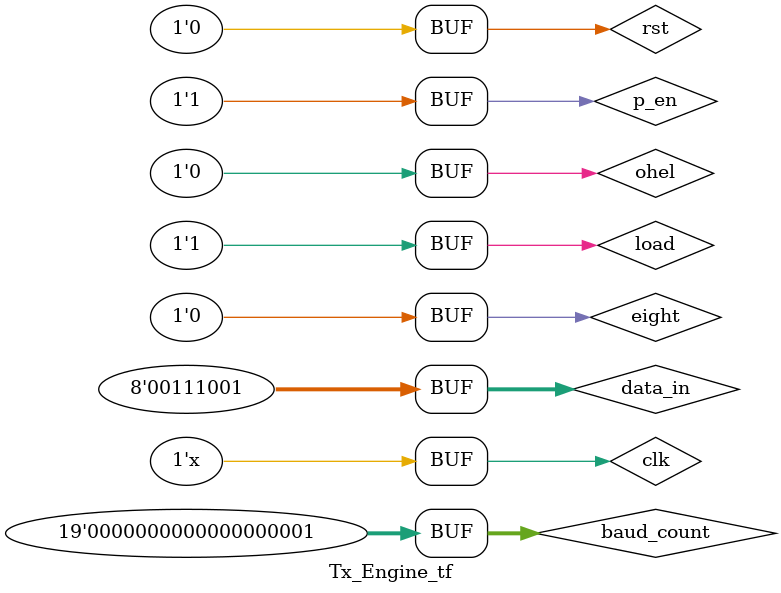
<source format=v>
`timescale 1ns / 1ps


module Tx_Engine_tf;

	// Inputs
	reg clk;
	reg rst;
	reg load;
	reg [18:0] baud_count;
	reg [7:0] data_in;
	reg eight;
	reg p_en;
	reg ohel;

	// Outputs
	wire txrdy;
	wire tx;

	// Instantiate the Unit Under Test (UUT)
	Tx_Engine uut (
		.clk(clk), 
		.rst(rst), 
		.load(load), 
		.baud_count(baud_count), 
		.data_in(data_in), 
		.eight(eight), 
		.p_en(p_en), 
		.ohel(ohel), 
		.txrdy(txrdy), 
		.tx(tx)
	);

     always #5 clk = ~clk;
     
	initial begin
		// Initialize Inputs
		clk = 0;
		rst = 0;
		load = 0;
		baud_count = 0;
		data_in = 0;
		eight = 0;
		p_en = 0;
		ohel = 0;
          
		#100;
          rst = 1'b1;
          
          #100;
          rst = 1'b0;
          load = 1'b1;
          baud_count = 19'b1;
          data_in = 7'b111_001;
          eight = 0;
          p_en = 1;
          ohel = 0;
          
          #100;
        

	end
      
endmodule


</source>
